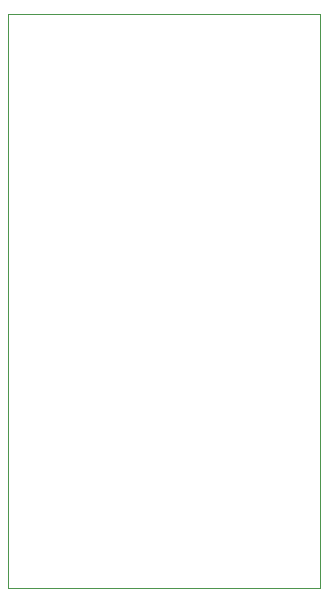
<source format=gbr>
G04 #@! TF.GenerationSoftware,KiCad,Pcbnew,5.1.5-52549c5~85~ubuntu18.04.1*
G04 #@! TF.CreationDate,2020-03-29T12:38:49+00:00*
G04 #@! TF.ProjectId,PIS,5049532e-6b69-4636-9164-5f7063625858,rev?*
G04 #@! TF.SameCoordinates,Original*
G04 #@! TF.FileFunction,Other,User*
%FSLAX46Y46*%
G04 Gerber Fmt 4.6, Leading zero omitted, Abs format (unit mm)*
G04 Created by KiCad (PCBNEW 5.1.5-52549c5~85~ubuntu18.04.1) date 2020-03-29 12:38:49*
%MOMM*%
%LPD*%
G04 APERTURE LIST*
%ADD10C,0.050000*%
G04 APERTURE END LIST*
D10*
X119485000Y-150980000D02*
X145885000Y-150980000D01*
X145885000Y-150980000D02*
X145885000Y-102380000D01*
X145885000Y-102380000D02*
X119485000Y-102380000D01*
X119485000Y-102380000D02*
X119485000Y-150980000D01*
M02*

</source>
